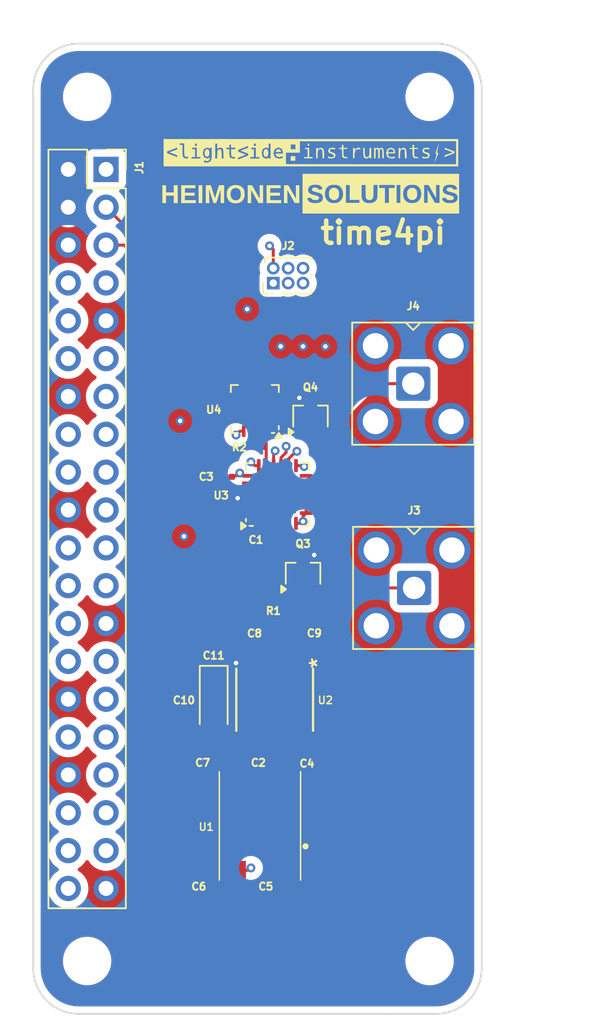
<source format=kicad_pcb>
(kicad_pcb (version 20240108) (generator "pcbnew") (generator_version "8.0")
  (layers (0 "F.Cu" signal) (1 "In1.Cu" signal) (2 "In2.Cu" signal) (31 "B.Cu" signal) (34 "B.Paste" user) (35 "F.Paste" user) (36 "B.SilkS" user "B.Silkscreen") (37 "F.SilkS" user "F.Silkscreen") (38 "B.Mask" user) (39 "F.Mask" user) (44 "Edge.Cuts" user))
  (net 0 "")
  (net 1 "GND")
  (net 2 "Net-(U1-Output)")
  (net 3 "Net-(U2-IN)")
  (net 4 "+3.3V")
  (net 5 "Net-(U2-IN_180°_)")
  (net 6 "Net-(J3-In)")
  (net 7 "Net-(J4-In)")
  (net 8 "+5V")
  (net 9 "Fout")
  (net 12 "/CLK")
  (net 14 "/DATA")
  (net 16 "/LE")
  (net 23 "SCL")
  (net 26 "SDA")
  (net 34 "/DATA_RPI")
  (net 42 "/CLK_RPI")
  (net 45 "/LE_RPI")
  (net 58 "/5GHz_N")
  (net 59 "/5GHz_P")
  (net 60 "Net-(U2-OUT)")
  (net 61 "Net-(U2-OUT_180°)")
  (footprint "Package_TO_SOT_SMD:SOT-323_SC-70" (layer "F.Cu") (at 110.5 81 90)
    (property "Reference" "Q3" (at 2 0 180) (layer "F.SilkS") (effects (font (size 0.5 0.5) (thickness 0.125))))
    (property "Value" "BFR92")
    (pad "1" smd roundrect (at -1 -0.65) (size 0.45 0.7) (layers "F.Cu" "F.Paste" "F.Mask") (net 59 "/5GHz_P"))
    (pad "2" smd roundrect (at -1 0.65) (size 0.45 0.7) (layers "F.Cu" "F.Paste" "F.Mask") (net 6 "Net-(J3-In)"))
    (pad "3" smd roundrect (at 1 0) (size 0.45 0.7) (layers "F.Cu" "F.Paste" "F.Mask") (net 8 "+5V"))
  )
  (footprint "Package_CSP:LFCSP-24-1EP_4x4mm_P0.5mm_EP2.5x2.5mm" (layer "F.Cu") (at 108.775 75.6875 90)
    (property "Reference" "U3" (at -0.0625 -3.775 180) (layer "F.SilkS") (effects (font (size 0.5 0.5) (thickness 0.125))))
    (property "Value" "ADF4158")
    (pad "1" smd roundrect (at -1.9375 -1.25 90) (size 0.875 0.25) (layers "F.Cu" "F.Paste" "F.Mask") (net 1 "GND"))
    (pad "2" smd roundrect (at -1.9375 -0.75 90) (size 0.875 0.25) (layers "F.Cu" "F.Paste" "F.Mask") (net 1 "GND"))
    (pad "3" smd roundrect (at -1.9375 -0.25 90) (size 0.875 0.25) (layers "F.Cu" "F.Paste" "F.Mask") (net 1 "GND"))
    (pad "4" smd roundrect (at -1.9375 0.25 90) (size 0.875 0.25) (layers "F.Cu" "F.Paste" "F.Mask") (net 58 "/5GHz_N"))
    (pad "5" smd roundrect (at -1.9375 0.75 90) (size 0.875 0.25) (layers "F.Cu" "F.Paste" "F.Mask") (net 59 "/5GHz_P"))
    (pad "6" smd roundrect (at -1.9375 1.25 90) (size 0.875 0.25) (layers "F.Cu" "F.Paste" "F.Mask") (net 4 "+3.3V"))
    (pad "7" smd roundrect (at -1.25 1.9375 90) (size 0.25 0.875) (layers "F.Cu" "F.Paste" "F.Mask") (net 4 "+3.3V"))
    (pad "8" smd roundrect (at -0.75 1.9375 90) (size 0.25 0.875) (layers "F.Cu" "F.Paste" "F.Mask") (net 4 "+3.3V"))
    (pad "9" smd roundrect (at -0.25 1.9375 90) (size 0.25 0.875) (layers "F.Cu" "F.Paste" "F.Mask"))
    (pad "10" smd roundrect (at 0.25 1.9375 90) (size 0.25 0.875) (layers "F.Cu" "F.Paste" "F.Mask") (net 1 "GND"))
    (pad "11" smd roundrect (at 0.75 1.9375 90) (size 0.25 0.875) (layers "F.Cu" "F.Paste" "F.Mask") (net 1 "GND"))
    (pad "12" smd roundrect (at 1.25 1.9375 90) (size 0.25 0.875) (layers "F.Cu" "F.Paste" "F.Mask"))
    (pad "13" smd roundrect (at 1.9375 1.25 90) (size 0.875 0.25) (layers "F.Cu" "F.Paste" "F.Mask") (net 4 "+3.3V"))
    (pad "14" smd roundrect (at 1.9375 0.75 90) (size 0.875 0.25) (layers "F.Cu" "F.Paste" "F.Mask") (net 12 "/CLK"))
    (pad "15" smd roundrect (at 1.9375 0.25 90) (size 0.875 0.25) (layers "F.Cu" "F.Paste" "F.Mask") (net 14 "/DATA"))
    (pad "16" smd roundrect (at 1.9375 -0.25 90) (size 0.875 0.25) (layers "F.Cu" "F.Paste" "F.Mask") (net 16 "/LE"))
    (pad "17" smd roundrect (at 1.9375 -0.75 90) (size 0.875 0.25) (layers "F.Cu" "F.Paste" "F.Mask") (net 9 "Fout"))
    (pad "18" smd roundrect (at 1.9375 -1.25 90) (size 0.875 0.25) (layers "F.Cu" "F.Paste" "F.Mask") (net 4 "+3.3V"))
    (pad "19" smd roundrect (at 1.25 -1.9375 90) (size 0.25 0.875) (layers "F.Cu" "F.Paste" "F.Mask") (net 4 "+3.3V"))
    (pad "20" smd roundrect (at 0.75 -1.9375 90) (size 0.25 0.875) (layers "F.Cu" "F.Paste" "F.Mask"))
    (pad "21" smd roundrect (at 0.25 -1.9375 90) (size 0.25 0.875) (layers "F.Cu" "F.Paste" "F.Mask"))
    (pad "22" smd roundrect (at -0.25 -1.9375 90) (size 0.25 0.875) (layers "F.Cu" "F.Paste" "F.Mask") (net 8 "+5V"))
    (pad "23" smd roundrect (at -0.75 -1.9375 90) (size 0.25 0.875) (layers "F.Cu" "F.Paste" "F.Mask"))
    (pad "24" smd roundrect (at -1.25 -1.9375 90) (size 0.25 0.875) (layers "F.Cu" "F.Paste" "F.Mask"))
    (pad "25" smd rect (at 0 0 90) (size 2.5 2.5) (property pad_prop_heatsink) (layers "F.Cu" "F.Mask") (net 1 "GND"))
  )
  (footprint "Connector_Coaxial:SMA_Amphenol_901-143_Horizontal" (layer "F.Cu") (at 117.9 68.25 -90)
    (property "Reference" "J4" (at -5.2 0 0) (layer "F.SilkS") (effects (font (size 0.5 0.5) (thickness 0.125))))
    (property "Value" "Conn_Coaxial_Small")
    (pad "1" thru_hole roundrect (at 0 0 270) (size 2.3 2.3) (drill 1.5) (layers "*.Cu" "*.Mask") (roundrect_rratio 0.087) (net 7 "Net-(J4-In)"))
    (pad "2" thru_hole circle (at -2.54 -2.54 270) (size 2.5 2.5) (drill 1.7) (layers "*.Cu" "*.Mask") (net 1 "GND"))
    (pad "2" thru_hole circle (at -2.54 2.54 270) (size 2.5 2.5) (drill 1.7) (layers "*.Cu" "*.Mask") (net 1 "GND"))
    (pad "2" thru_hole circle (at 2.54 -2.54 270) (size 2.5 2.5) (drill 1.7) (layers "*.Cu" "*.Mask") (net 1 "GND"))
    (pad "2" thru_hole circle (at 2.54 2.54 270) (size 2.5 2.5) (drill 1.7) (layers "*.Cu" "*.Mask") (net 1 "GND"))
  )
  (footprint "LSI:HMC361S8G361S8GE" (layer "F.Cu") (at 113.4302 89.4638 -90)
    (property "Reference" "U2" (at 0.0362 1.4302 0) (layer "F.SilkS") (effects (font (size 0.5 0.5) (thickness 0.1))))
    (property "Value" "HMC361S8G/361S8GE")
    (fp_text user "*" (at -2.4638 1.9302 90) (layer "F.SilkS"))
    (pad "1" smd roundrect (at -2.4638 2.9302 270) (size 1.9812 0.5588) (layers "F.Cu" "F.Paste" "F.Mask") (net 61 "Net-(U2-OUT_180°)"))
    (pad "2" smd roundrect (at -2.4638 4.2002 270) (size 1.9812 0.5588) (layers "F.Cu" "F.Paste" "F.Mask"))
    (pad "3" smd roundrect (at -2.4638 5.4702 270) (size 1.9812 0.5588) (layers "F.Cu" "F.Paste" "F.Mask") (net 60 "Net-(U2-OUT)"))
    (pad "4" smd roundrect (at -2.4638 6.7402 270) (size 1.9812 0.5588) (layers "F.Cu" "F.Paste" "F.Mask") (net 8 "+5V"))
    (pad "5" smd roundrect (at 2.4638 6.7402 270) (size 1.9812 0.5588) (layers "F.Cu" "F.Paste" "F.Mask") (net 3 "Net-(U2-IN)"))
    (pad "6" smd roundrect (at 2.4638 5.4702 270) (size 1.9812 0.5588) (layers "F.Cu" "F.Paste" "F.Mask"))
    (pad "7" smd roundrect (at 2.4638 4.2002 270) (size 1.9812 0.5588) (layers "F.Cu" "F.Paste" "F.Mask") (net 5 "Net-(U2-IN_180°_)"))
    (pad "8" smd roundrect (at 2.4638 2.9302 270) (size 1.9812 0.5588) (layers "F.Cu" "F.Paste" "F.Mask") (net 1 "GND"))
    (pad "EPAD" smd rect (at 0 4.8352 270) (size 2.413 2.794) (layers "F.Cu" "F.Mask"))
  )
  (footprint "LSI:rpi zero edge cut" (layer "F.Cu") (at 122.5 67.5)
    (property "Reference" "" (at 0 0 0) (layer "Edge.Cuts") (effects (font (size 1.27 1.27))))
    (property "Value" "" (at 0 0 0) (layer "Edge.Cuts") (effects (font (size 1.27 1.27))))
    (fp_line (start -30.12 39.985) (end -30.12 -19.015) (stroke (width 0.12)) (layer "Edge.Cuts"))
    (fp_line (start -27.06 -22.075) (end -3.06 -22.075) (stroke (width 0.12)) (layer "Edge.Cuts"))
    (fp_line (start -6.5 43.045) (end -27.06 43.045) (stroke (width 0.12)) (layer "Edge.Cuts"))
    (fp_line (start -6.5 43.045) (end -3.06 43.045) (stroke (width 0.12)) (layer "Edge.Cuts"))
    (fp_line (start 0 -15.325) (end 0 -19.015) (stroke (width 0.12)) (layer "Edge.Cuts"))
    (fp_line (start 0 15.325) (end 0 -15.325) (stroke (width 0.12)) (layer "Edge.Cuts"))
    (fp_line (start 0 36.045) (end 0 15.325) (stroke (width 0.12)) (layer "Edge.Cuts"))
    (fp_line (start 0 39.985) (end 0 36.045) (stroke (width 0.12)) (layer "Edge.Cuts"))
    (fp_arc (start -30.12 -19.015) (mid -29.223747 -21.178747) (end -27.06 -22.075) (stroke (width 0.12)) (layer "Edge.Cuts"))
    (fp_arc (start -27.06 43.045) (mid -29.223747 42.148747) (end -30.12 39.985) (stroke (width 0.12)) (layer "Edge.Cuts"))
    (fp_arc (start -3.06 -22.075) (mid -0.896253 -21.178747) (end 0 -19.015) (stroke (width 0.12)) (layer "Edge.Cuts"))
    (fp_arc (start 0 39.985) (mid -0.896254 42.148746) (end -3.06 43.045) (stroke (width 0.12)) (layer "Edge.Cuts"))
  )
  (footprint "Resistor_SMD:R_0201_0603Metric" (layer "F.Cu") (at 107.5 72.5)
    (property "Reference" "R2" (at -1.274545 0.018959 0) (layer "F.SilkS") (effects (font (size 0.5 0.5) (thickness 0.125))))
    (property "Value" "10k")
    (pad "1" smd roundrect (at -0.32 0) (size 0.46 0.4) (layers "F.Cu" "F.Mask") (net 1 "GND"))
    (pad "2" smd roundrect (at 0.32 0) (size 0.46 0.4) (layers "F.Cu" "F.Mask") (net 9 "Fout"))
  )
  (footprint "Capacitor_SMD:C_0201_0603Metric" (layer "F.Cu") (at 110 85)
    (property "Reference" "C9" (at 1.258163 0 0) (layer "F.SilkS") (effects (font (size 0.5 0.5) (thickness 0.125))))
    (property "Value" "100pf")
    (pad "1" smd roundrect (at -0.32 0) (size 0.46 0.4) (layers "F.Cu" "F.Mask") (net 59 "/5GHz_P"))
    (pad "2" smd roundrect (at 0.32 0) (size 0.46 0.4) (layers "F.Cu" "F.Mask") (net 61 "Net-(U2-OUT_180°)"))
  )
  (footprint "Resistor_SMD:R_0201_0603Metric" (layer "F.Cu") (at 109.257144 84.252625)
    (property "Reference" "R1" (at -0.75 -0.75 360) (layer "F.SilkS") (effects (font (size 0.5 0.5) (thickness 0.125))))
    (property "Value" "100 Ohm")
    (pad "1" smd roundrect (at -0.32 0) (size 0.46 0.4) (layers "F.Cu" "F.Mask") (net 58 "/5GHz_N"))
    (pad "2" smd roundrect (at 0.32 0) (size 0.46 0.4) (layers "F.Cu" "F.Mask") (net 59 "/5GHz_P"))
  )
  (footprint "Capacitor_SMD:C_0201_0603Metric" (layer "F.Cu") (at 109.5 93.75)
    (property "Reference" "C4" (at 1.262216 -0.003014 0) (layer "F.SilkS") (effects (font (size 0.5 0.5) (thickness 0.125))))
    (property "Value" "100pF")
    (pad "1" smd roundrect (at -0.32 0) (size 0.46 0.4) (layers "F.Cu" "F.Mask") (net 5 "Net-(U2-IN_180°_)"))
    (pad "2" smd roundrect (at 0.32 0) (size 0.46 0.4) (layers "F.Cu" "F.Mask") (net 1 "GND"))
  )
  (footprint "Capacitor_SMD:C_0201_0603Metric" (layer "F.Cu") (at 105.392688 74.500967)
    (property "Reference" "C3" (at -1.392688 -0.000967 0) (layer "F.SilkS") (effects (font (size 0.5 0.5) (thickness 0.125))))
    (property "Value" "100pF")
    (pad "1" smd roundrect (at -0.32 0) (size 0.46 0.4) (layers "F.Cu" "F.Mask") (net 1 "GND"))
    (pad "2" smd roundrect (at 0.32 0) (size 0.46 0.4) (layers "F.Cu" "F.Mask") (net 4 "+3.3V"))
  )
  (footprint "LSI:ECOC 7050" (layer "F.Cu") (at 105.715 101.5526 90)
    (property "Reference" "U1" (at 3.5526 -1.715 0) (layer "F.SilkS") (effects (font (size 0.5 0.5) (thickness 0.1))))
    (property "Value" "ECOC 7050")
    (pad "1" smd rect (at 2.275 3.825 270) (size 0.76 1.6) (layers "F.Cu" "F.Paste" "F.Mask"))
    (pad "2" smd rect (at 3.65 3.975 270) (size 0.76 1.28) (layers "F.Cu" "F.Paste" "F.Mask"))
    (pad "3" smd rect (at 4.9 3.975 270) (size 0.76 1.28) (layers "F.Cu" "F.Paste" "F.Mask"))
    (pad "4" smd rect (at 6.625 3.225 180) (size 0.95 1.28) (layers "F.Cu" "F.Paste" "F.Mask") (net 1 "GND"))
    (pad "5" smd rect (at 6.615 0.475 180) (size 0.95 1.28) (layers "F.Cu" "F.Paste" "F.Mask") (net 2 "Net-(U1-Output)"))
    (pad "6" smd rect (at 4.9 -0.2 270) (size 0.76 1.28) (layers "F.Cu" "F.Paste" "F.Mask"))
    (pad "7" smd rect (at 3.65 -0.2 270) (size 0.76 1.28) (layers "F.Cu" "F.Paste" "F.Mask"))
    (pad "8" smd rect (at 2.29 -0.2 270) (size 0.76 1.28) (layers "F.Cu" "F.Paste" "F.Mask"))
    (pad "9" smd rect (at 0.64 0.475 180) (size 0.95 1.28) (layers "F.Cu" "F.Paste" "F.Mask") (net 4 "+3.3V"))
    (pad "10" smd rect (at 0.65 3.225 180) (size 0.95 1.28) (layers "F.Cu" "F.Paste" "F.Mask"))
  )
  (footprint "Connector_PinHeader_1.00mm:PinHeader_2x03_P1.00mm_Vertical" (layer "F.Cu") (at 108.5 61.5 90)
    (property "Reference" "J2" (at 2.5 1 180) (layer "F.SilkS") (effects (font (size 0.5 0.5) (thickness 0.125))))
    (property "Value" "Conn_02x03_Odd_Even")
    (pad "1" thru_hole rect (at 0 0 90) (size 0.85 0.85) (drill 0.5) (layers "*.Cu" "*.Mask") (net 16 "/LE"))
    (pad "2" thru_hole oval (at 1 0 90) (size 0.85 0.85) (drill 0.5) (layers "*.Cu" "*.Mask") (net 45 "/LE_RPI"))
    (pad "3" thru_hole oval (at 0 1 90) (size 0.85 0.85) (drill 0.5) (layers "*.Cu" "*.Mask") (net 14 "/DATA"))
    (pad "4" thru_hole oval (at 1 1 90) (size 0.85 0.85) (drill 0.5) (layers "*.Cu" "*.Mask") (net 34 "/DATA_RPI"))
    (pad "5" thru_hole oval (at 0 2 90) (size 0.85 0.85) (drill 0.5) (layers "*.Cu" "*.Mask") (net 12 "/CLK"))
    (pad "6" thru_hole oval (at 1 2 90) (size 0.85 0.85) (drill 0.5) (layers "*.Cu" "*.Mask") (net 42 "/CLK_RPI"))
  )
  (footprint "Package_TO_SOT_SMD:SOT-323_SC-70" (layer "F.Cu") (at 111 70.45 90)
    (property "Reference" "Q4" (at 1.95 0 180) (layer "F.SilkS") (effects (font (size 0.5 0.5) (thickness 0.125))))
    (property "Value" "BFR92")
    (pad "1" smd roundrect (at -1 -0.65) (size 0.45 0.7) (layers "F.Cu" "F.Paste" "F.Mask") (net 9 "Fout"))
    (pad "2" smd roundrect (at -1 0.65) (size 0.45 0.7) (layers "F.Cu" "F.Paste" "F.Mask") (net 7 "Net-(J4-In)"))
    (pad "3" smd roundrect (at 1 0) (size 0.45 0.7) (layers "F.Cu" "F.Paste" "F.Mask") (net 8 "+5V"))
  )
  (footprint "LSI:Heimonen-Solutions" (layer "F.Cu") (at 111 55.5)
    (property "Reference" "G***" (hide yes))
    (property "Value" "LOGO" (hide yes))
  )
  (footprint "Capacitor_SMD:C_0201_0603Metric" (layer "F.Cu") (at 104.988692 93.675264 180)
    (property "Reference" "C7" (at 1.229636 -0.019924 0) (layer "F.SilkS") (effects (font (size 0.5 0.5) (thickness 0.125))))
    (property "Value" "15pf")
    (pad "1" smd roundrect (at -0.32 0 180) (size 0.46 0.4) (layers "F.Cu" "F.Mask") (net 2 "Net-(U1-Output)"))
    (pad "2" smd roundrect (at 0.32 0 180) (size 0.46 0.4) (layers "F.Cu" "F.Mask") (net 1 "GND"))
  )
  (footprint "Capacitor_SMD:C_0201_0603Metric" (layer "F.Cu") (at 105.5 86.5 -90)
    (property "Reference" "C11" (at 0 1 180) (layer "F.SilkS") (effects (font (size 0.5 0.5) (thickness 0.125))))
    (property "Value" "1000pF")
    (pad "1" smd roundrect (at -0.32 0 270) (size 0.46 0.4) (layers "F.Cu" "F.Mask") (net 1 "GND"))
    (pad "2" smd roundrect (at 0.32 0 270) (size 0.46 0.4) (layers "F.Cu" "F.Mask") (net 8 "+5V"))
  )
  (footprint "Module:Raspberry_Pi_Zero_Socketed_THT_FaceDown_MountingHoles" (layer "F.Cu") (at 97.27 53.87)
    (property "Reference" "J1" (at 2.23 -0.12 90) (layer "F.SilkS") (effects (font (size 0.5 0.5) (thickness 0.125))))
    (property "Value" "Raspberry_Pi_2_3")
    (pad "" np_thru_hole circle (at -1.27 -4.87 90) (size 2.75 2.75) (drill 2.75) (layers "*.Cu" "*.Mask"))
    (pad "" np_thru_hole circle (at -1.27 53.13 90) (size 2.75 2.75) (drill 2.75) (layers "*.Cu" "*.Mask"))
    (pad "" np_thru_hole circle (at 21.73 -4.87 90) (size 2.75 2.75) (drill 2.75) (layers "*.Cu" "*.Mask"))
    (pad "" np_thru_hole circle (at 21.73 53.13 90) (size 2.75 2.75) (drill 2.75) (layers "*.Cu" "*.Mask"))
    (pad "1" thru_hole rect (at 0 0) (size 1.7 1.7) (drill 1) (layers "*.Cu" "*.Mask") (net 4 "+3.3V"))
    (pad "2" thru_hole oval (at -2.54 0) (size 1.7 1.7) (drill 1) (layers "*.Cu" "*.Mask") (net 8 "+5V"))
    (pad "3" thru_hole oval (at 0 2.54) (size 1.7 1.7) (drill 1) (layers "*.Cu" "*.Mask") (net 26 "SDA"))
    (pad "4" thru_hole oval (at -2.54 2.54) (size 1.7 1.7) (drill 1) (layers "*.Cu" "*.Mask") (net 8 "+5V"))
    (pad "5" thru_hole oval (at 0 5.08) (size 1.7 1.7) (drill 1) (layers "*.Cu" "*.Mask") (net 23 "SCL"))
    (pad "6" thru_hole oval (at -2.54 5.08) (size 1.7 1.7) (drill 1) (layers "*.Cu" "*.Mask") (net 1 "GND"))
    (pad "7" thru_hole oval (at 0 7.62) (size 1.7 1.7) (drill 1) (layers "*.Cu" "*.Mask"))
    (pad "8" thru_hole oval (at -2.54 7.62) (size 1.7 1.7) (drill 1) (layers "*.Cu" "*.Mask"))
    (pad "9" thru_hole oval (at 0 10.16) (size 1.7 1.7) (drill 1) (layers "*.Cu" "*.Mask") (net 1 "GND"))
    (pad "10" thru_hole oval (at -2.54 10.16) (size 1.7 1.7) (drill 1) (layers "*.Cu" "*.Mask") (net 45 "/LE_RPI"))
    (pad "11" thru_hole oval (at 0 12.7) (size 1.7 1.7) (drill 1) (layers "*.Cu" "*.Mask"))
    (pad "12" thru_hole oval (at -2.54 12.7) (size 1.7 1.7) (drill 1) (layers "*.Cu" "*.Mask"))
    (pad "13" thru_hole oval (at 0 15.24) (size 1.7 1.7) (drill 1) (layers "*.Cu" "*.Mask") (net 34 "/DATA_RPI"))
    (pad "14" thru_hole oval (at -2.54 15.24) (size 1.7 1.7) (drill 1) (layers "*.Cu" "*.Mask") (net 1 "GND"))
    (pad "15" thru_hole oval (at 0 17.78) (size 1.7 1.7) (drill 1) (layers "*.Cu" "*.Mask"))
    (pad "16" thru_hole oval (at -2.54 17.78) (size 1.7 1.7) (drill 1) (layers "*.Cu" "*.Mask"))
    (pad "17" thru_hole oval (at 0 20.32) (size 1.7 1.7) (drill 1) (layers "*.Cu" "*.Mask") (net 4 "+3.3V"))
    (pad "18" thru_hole oval (at -2.54 20.32) (size 1.7 1.7) (drill 1) (layers "*.Cu" "*.Mask"))
    (pad "19" thru_hole oval (at 0 22.86) (size 1.7 1.7) (drill 1) (layers "*.Cu" "*.Mask"))
    (pad "20" thru_hole oval (at -2.54 22.86) (size 1.7 1.7) (drill 1) (layers "*.Cu" "*.Mask") (net 1 "GND"))
    (pad "21" thru_hole oval (at 0 25.4) (size 1.7 1.7) (drill 1) (layers "*.Cu" "*.Mask"))
    (pad "22" thru_hole oval (at -2.54 25.4) (size 1.7 1.7) (drill 1) (layers "*.Cu" "*.Mask"))
    (pad "23" thru_hole oval (at 0 27.94) (size 1.7 1.7) (drill 1) (layers "*.Cu" "*.Mask") (net 42 "/CLK_RPI"))
    (pad "24" thru_hole oval (at -2.54 27.94) (size 1.7 1.7) (drill 1) (layers "*.Cu" "*.Mask"))
    (pad "25" thru_hole oval (at 0 30.48) (size 1.7 1.7) (drill 1) (layers "*.Cu" "*.Mask") (net 1 "GND"))
    (pad "26" thru_hole oval (at -2.54 30.48) (size 1.7 1.7) (drill 1) (layers "*.Cu" "*.Mask"))
    (pad "27" thru_hole oval (at 0 33.02) (size 1.7 1.7) (drill 1) (layers "*.Cu" "*.Mask"))
    (pad "28" thru_hole oval (at -2.54 33.02) (size 1.7 1.7) (drill 1) (layers "*.Cu" "*.Mask"))
    (pad "29" thru_hole oval (at 0 35.56) (size 1.7 1.7) (drill 1) (layers "*.Cu" "*.Mask"))
    (pad "30" thru_hole oval (at -2.54 35.56) (size 1.7 1.7) (drill 1) (layers "*.Cu" "*.Mask") (net 1 "GND"))
    (pad "31" thru_hole oval (at 0 38.1) (size 1.7 1.7) (drill 1) (layers "*.Cu" "*.Mask"))
    (pad "32" thru_hole oval (at -2.54 38.1) (size 1.7 1.7) (drill 1) (layers "*.Cu" "*.Mask"))
    (pad "33" thru_hole oval (at 0 40.64) (size 1.7 1.7) (drill 1) (layers "*.Cu" "*.Mask"))
    (pad "34" thru_hole oval (at -2.54 40.64) (size 1.7 1.7) (drill 1) (layers "*.Cu" "*.Mask") (net 1 "GND"))
    (pad "35" thru_hole oval (at 0 43.18) (size 1.7 1.7) (drill 1) (layers "*.Cu" "*.Mask"))
    (pad "36" thru_hole oval (at -2.54 43.18) (size 1.7 1.7) (drill 1) (layers "*.Cu" "*.Mask"))
    (pad "37" thru_hole oval (at 0 45.72) (size 1.7 1.7) (drill 1) (layers "*.Cu" "*.Mask"))
    (pad "38" thru_hole oval (at -2.54 45.72) (size 1.7 1.7) (drill 1) (layers "*.Cu" "*.Mask"))
    (pad "39" thru_hole oval (at 0 48.26) (size 1.7 1.7) (drill 1) (layers "*.Cu" "*.Mask") (net 1 "GND"))
    (pad "40" thru_hole oval (at -2.54 48.26) (size 1.7 1.7) (drill 1) (layers "*.Cu" "*.Mask"))
  )
  (footprint "Capacitor_SMD:C_0201_0603Metric" (layer "F.Cu") (at 106.44 93.6776 180)
    (property "Reference" "C2" (at -1.06 -0.015358 0) (layer "F.SilkS") (effects (font (size 0.5 0.5) (thickness 0.125))))
    (property "Value" "100pF")
    (pad "1" smd roundrect (at -0.32 0 180) (size 0.46 0.4) (layers "F.Cu" "F.Mask") (net 3 "Net-(U2-IN)"))
    (pad "2" smd roundrect (at 0.32 0 180) (size 0.46 0.4) (layers "F.Cu" "F.Mask") (net 2 "Net-(U1-Output)"))
  )
  (footprint "Capacitor_SMD:C_0201_0603Metric" (layer "F.Cu") (at 108.556707 78.706463)
    (property "Reference" "C1" (at -1.217858 0.0229 0) (layer "F.SilkS") (effects (font (size 0.5 0.5) (thickness 0.125))))
    (property "Value" "100pF")
    (pad "1" smd roundrect (at -0.32 0) (size 0.46 0.4) (layers "F.Cu" "F.Mask") (net 1 "GND"))
    (pad "2" smd roundrect (at 0.32 0) (size 0.46 0.4) (layers "F.Cu" "F.Mask") (net 58 "/5GHz_N"))
  )
  (footprint "Capacitor_SMD:C_0201_0603Metric" (layer "F.Cu") (at 108.5 85 180)
    (property "Reference" "C8" (at 1.259111 -0.012593 0) (layer "F.SilkS") (effects (font (size 0.5 0.5) (thickness 0.125))))
    (property "Value" "100pf")
    (pad "1" smd roundrect (at -0.32 0 180) (size 0.46 0.4) (layers "F.Cu" "F.Mask") (net 58 "/5GHz_N"))
    (pad "2" smd roundrect (at 0.32 0 180) (size 0.46 0.4) (layers "F.Cu" "F.Mask") (net 60 "Net-(U2-OUT)"))
  )
  (footprint "LSI:lsi-logo-20mm" (layer "F.Cu") (at 111 52.75)
    (property "Reference" "G***" (hide yes))
    (property "Value" "LOGO" (hide yes))
  )
  (footprint "Connector_Coaxial:SMA_Amphenol_901-143_Horizontal" (layer "F.Cu") (at 117.96 81.96 -90)
    (property "Reference" "J3" (at -5.2 0 0) (layer "F.SilkS") (effects (font (size 0.5 0.5) (thickness 0.125))))
    (property "Value" "Conn_Coaxial_Small")
    (pad "1" thru_hole roundrect (at 0 0 270) (size 2.3 2.3) (drill 1.5) (layers "*.Cu" "*.Mask") (roundrect_rratio 0.087) (net 6 "Net-(J3-In)"))
    (pad "2" thru_hole circle (at -2.54 -2.54 270) (size 2.5 2.5) (drill 1.7) (layers "*.Cu" "*.Mask") (net 1 "GND"))
    (pad "2" thru_hole circle (at -2.54 2.54 270) (size 2.5 2.5) (drill 1.7) (layers "*.Cu" "*.Mask") (net 1 "GND"))
    (pad "2" thru_hole circle (at 2.54 -2.54 270) (size 2.5 2.5) (drill 1.7) (layers "*.Cu" "*.Mask") (net 1 "GND"))
    (pad "2" thru_hole circle (at 2.54 2.54 270) (size 2.5 2.5) (drill 1.7) (layers "*.Cu" "*.Mask") (net 1 "GND"))
  )
  (footprint "Capacitor_SMD:C_0201_0603Metric" (layer "F.Cu") (at 106.5 102 180)
    (property "Reference" "C5" (at -1.5 0 0) (layer "F.SilkS") (effects (font (size 0.5 0.5) (thickness 0.125))))
    (property "Value" "10uf")
    (pad "1" smd roundrect (at -0.32 0 180) (size 0.46 0.4) (layers "F.Cu" "F.Mask") (net 1 "GND"))
    (pad "2" smd roundrect (at 0.32 0 180) (size 0.46 0.4) (layers "F.Cu" "F.Mask") (net 4 "+3.3V"))
  )
  (footprint "Capacitor_Tantalum_SMD:CP_EIA-3216-10_Kemet-I" (layer "F.Cu") (at 104.5 89.5 -90)
    (property "Reference" "C10" (at 0 2 180) (layer "F.SilkS") (effects (font (size 0.5 0.5) (thickness 0.125))))
    (property "Value" "10uf")
    (pad "1" smd roundrect (at -1.35 0 270) (size 1.4 1.35) (layers "F.Cu" "F.Paste" "F.Mask") (roundrect_rratio 0.185185) (net 8 "+5V"))
    (pad "2" smd roundrect (at 1.35 0 270) (size 1.4 1.35) (layers "F.Cu" "F.Paste" "F.Mask") (roundrect_rratio 0.185185) (net 1 "GND"))
  )
  (footprint "Package_DFN_QFN:VQFN-16-1EP_3x3mm_P0.5mm_EP1.8x1.8mm" (layer "F.Cu") (at 107.2625 69.95 180)
    (property "Reference" "U4" (at 2.7625 -0.05 0) (layer "F.SilkS") (effects (font (size 0.5 0.5) (thickness 0.125))))
    (property "Value" "AB0805")
    (pad "1" smd roundrect (at -1.4875 -0.75 180) (size 0.775 0.25) (layers "F.Cu" "F.Paste" "F.Mask"))
    (pad "2" smd roundrect (at -1.4875 -0.25 180) (size 0.775 0.25) (layers "F.Cu" "F.Paste" "F.Mask"))
    (pad "3" smd roundrect (at -1.4875 0.25 180) (size 0.775 0.25) (layers "F.Cu" "F.Paste" "F.Mask"))
    (pad "4" smd roundrect (at -1.4875 0.75 180) (size 0.775 0.25) (layers "F.Cu" "F.Paste" "F.Mask"))
    (pad "5" smd roundrect (at -0.75 1.4875 180) (size 0.25 0.775) (layers "F.Cu" "F.Paste" "F.Mask"))
    (pad "6" smd roundrect (at -0.25 1.4875 180) (size 0.25 0.775) (layers "F.Cu" "F.Paste" "F.Mask") (net 26 "SDA"))
    (pad "7" smd roundrect (at 0.25 1.4875 180) (size 0.25 0.775) (layers "F.Cu" "F.Paste" "F.Mask") (net 23 "SCL"))
    (pad "8" smd roundrect (at 0.75 1.4875 180) (size 0.25 0.775) (layers "F.Cu" "F.Paste" "F.Mask"))
    (pad "9" smd roundrect (at 1.4875 0.75 180) (size 0.775 0.25) (layers "F.Cu" "F.Paste" "F.Mask") (net 1 "GND"))
    (pad "10" smd roundrect (at 1.4875 0.25 180) (size 0.775 0.25) (layers "F.Cu" "F.Paste" "F.Mask"))
    (pad "11" smd roundrect (at 1.4875 -0.25 180) (size 0.775 0.25) (layers "F.Cu" "F.Paste" "F.Mask"))
    (pad "12" smd roundrect (at 1.4875 -0.75 180) (size 0.775 0.25) (layers "F.Cu" "F.Paste" "F.Mask"))
    (pad "13" smd roundrect (at 0.75 -1.4875 180) (size 0.25 0.775) (layers "F.Cu" "F.Paste" "F.Mask") (net 4 "+3.3V"))
    (pad "14" smd roundrect (at 0.25 -1.4875 180) (size 0.25 0.775) (layers "F.Cu" "F.Paste" "F.Mask"))
    (pad "15" smd roundrect (at -0.25 -1.4875 180) (size 0.25 0.775) (layers "F.Cu" "F.Paste" "F.Mask"))
    (pad "16" smd roundrect (at -0.75 -1.4875 180) (size 0.25 0.775) (layers "F.Cu" "F.Paste" "F.Mask") (net 9 "Fout"))
    (pad "17" smd rect (at 0 0 180) (size 1.8 1.8) (property pad_prop_heatsink) (layers "F.Cu" "F.Mask") (net 1 "GND"))
  )
  (footprint "Capacitor_SMD:C_0201_0603Metric" (layer "F.Cu") (at 105 102)
    (property "Reference" "C6" (at -1.5 0 0) (layer "F.SilkS") (effects (font (size 0.5 0.5) (thickness 0.125))))
    (property "Value" "0.1uf")
    (pad "1" smd roundrect (at -0.32 0) (size 0.46 0.4) (layers "F.Cu" "F.Mask") (net 1 "GND"))
    (pad "2" smd roundrect (at 0.32 0) (size 0.46 0.4) (layers "F.Cu" "F.Mask") (net 4 "+3.3V"))
  )
  (gr_text "time4pi" (at 111.5 59 0) (layer "F.SilkS") (effects (font (size 1.5 1.5) (thickness 0.3) (bold yes)) (justify left bottom)))
  (segment (start 107.2625 69.95) (end 106.5125 69.2) (width 0.2) (layer "F.Cu") (net 1))
  (segment (start 106.5125 69.2) (end 105.775 69.2) (width 0.2) (layer "F.Cu") (net 1))
  (segment (start 105.775 69.2) (end 105.5 68.925) (width 0.2) (layer "F.Cu") (net 1))
  (via (at 109 65.75) (size 0.6) (drill 0.3) (layers "F.Cu" "B.Cu") (net 1))
  (via (at 109 65.75) (size 0.6) (drill 0.3) (layers "F.Cu" "B.Cu") (net 1))
  (via (at 110.5 65.75) (size 0.6) (drill 0.3) (layers "F.Cu" "B.Cu") (net 1))
  (via (at 102.5 78.5) (size 0.6) (drill 0.3) (layers "F.Cu" "B.Cu") (net 1))
  (via (at 102.25 70.75) (size 0.6) (drill 0.3) (layers "F.Cu" "B.Cu") (net 1))
  (via (at 106.75 63.25) (size 0.6) (drill 0.3) (layers "F.Cu" "B.Cu") (net 1))
  (via (at 112 65.75) (size 0.6) (drill 0.3) (layers "F.Cu" "B.Cu") (net 1))
  (segment (start 106.12 93.6776) (end 105.311028 93.6776) (width 0.2) (layer "F.Cu") (net 2))
  (segment (start 106.19 93.7476) (end 106.12 93.6776) (width 0.2) (layer "F.Cu") (net 2))
  (segment (start 105.311028 93.6776) (end 105.308692 93.675264) (width 0.2) (layer "F.Cu") (net 2))
  (segment (start 106.19 94.9376) (end 106.19 93.7476) (width 0.2) (layer "F.Cu") (net 2))
  (segment (start 106.69 93.5726) (end 106.76 93.6426) (width 0.2) (layer "F.Cu") (net 3))
  (segment (start 106.69 91.9276) (end 106.69 93.5726) (width 0.2) (layer "F.Cu") (net 3))
  (segment (start 106.18 102) (end 105.32 102) (width 0.2) (layer "F.Cu") (net 4))
  (segment (start 106.19 100.9126) (end 106.8374 100.9126) (width 0.2) (layer "F.Cu") (net 4))
  (segment (start 110.375 77.625) (end 110.5 77.5) (width 0.2) (layer "F.Cu") (net 4))
  (segment (start 110.512894 73.75) (end 110.575395 73.812501) (width 0.2) (layer "F.Cu") (net 4))
  (segment (start 110.025 73.75) (end 110.512894 73.75) (width 0.2) (layer "F.Cu") (net 4))
  (segment (start 105.775 74.43) (end 106.07 74.43) (width 0.2) (layer "F.Cu") (net 4))
  (segment (start 106.2625 71.4375) (end 106 71.7) (width 0.2) (layer "F.Cu") (net 4))
  (segment (start 107.25 73.75) (end 107 73.5) (width 0.2) (layer "F.Cu") (net 4))
  (segment (start 106.18 102) (end 106.18 100.9226) (width 0.2) (layer "F.Cu") (net 4))
  (segment (start 110.7125 76.4375) (end 110.7125 76.9375) (width 0.2) (layer "F.Cu") (net 4))
  (segment (start 110.5 77.15) (end 110.7125 76.9375) (width 0.2) (layer "F.Cu") (net 4))
  (segment (start 107.525 73.75) (end 107.25 73.75) (width 0.2) (layer "F.Cu") (net 4))
  (segment (start 106.5125 71.4375) (end 106.2625 71.4375) (width 0.2) (layer "F.Cu") (net 4))
  (segment (start 110.025 77.625) (end 110.375 77.625) (width 0.2) (layer "F.Cu") (net 4))
  (segment (start 106.07 74.43) (end 106.25 74.25) (width 0.2) (layer "F.Cu") (net 4))
  (segment (start 106.8374 100.9126) (end 107 100.75) (width 0.2) (layer "F.Cu") (net 4))
  (segment (start 106.18 100.9226) (end 106.19 100.9126) (width 0.2) (layer "F.Cu") (net 4))
  (segment (start 110.5 77.5) (end 110.5 77.15) (width 0.2) (layer "F.Cu") (net 4))
  (via (at 107 73.5) (size 0.6) (drill 0.3) (layers "F.Cu" "B.Cu") (net 4))
  (via (at 106 71.7) (size 0.6) (drill 0.3) (layers "F.Cu" "B.Cu") (net 4))
  (via (at 107 100.75) (size 0.6) (drill 0.3) (layers "F.Cu" "B.Cu") (net 4))
  (via (at 106.25 74.25) (size 0.6) (drill 0.3) (layers "F.Cu" "B.Cu") (net 4))
  (via (at 110.5 77.5) (size 0.6) (drill 0.3) (layers "F.Cu" "B.Cu") (net 4))
  (via (at 110.575395 73.812501) (size 0.6) (drill 0.3) (layers "F.Cu" "B.Cu") (net 4))
  (segment (start 109.18 93.75) (end 109.18 91.9776) (width 0.2) (layer "F.Cu") (net 5))
  (segment (start 109.18 91.9776) (end 109.23 91.9276) (width 0.2) (layer "F.Cu") (net 5))
  (segment (start 117.96 81.96) (end 111.69 81.96) (width 0.2) (layer "F.Cu") (net 6))
  (segment (start 111.65 82) (end 111.15 82) (width 0.2) (layer "F.Cu") (net 6))
  (segment (start 111.69 81.96) (end 111.65 82) (width 0.2) (layer "F.Cu") (net 6))
  (segment (start 111.65 71.45) (end 114.85 68.25) (width 0.2) (layer "F.Cu") (net 7))
  (segment (start 114.85 68.25) (end 117.9 68.25) (width 0.2) (layer "F.Cu") (net 7))
  (segment (start 105.575 87.075) (end 104.5 88.15) (width 0.2) (layer "F.Cu") (net 8))
  (segment (start 111 80) (end 111.25 79.75) (width 0.2) (layer "F.Cu") (net 8))
  (segment (start 110.5 69.45) (end 110.25 69.2) (width 0.2) (layer "F.Cu") (net 8))
  (segment (start 105.575 87.075) (end 105.575 86.895) (width 0.2) (layer "F.Cu") (net 8))
  (segment (start 106.8375 75.9375) (end 106.107616 75.9375) (width 0.2) (layer "F.Cu") (net 8))
  (segment (start 111 69.45) (end 110.5 69.45) (width 0.2) (layer "F.Cu") (net 8))
  (segment (start 105.65 87) (end 105.575 87.075) (width 0.2) (layer "F.Cu") (net 8))
  (segment (start 106.69 87) (end 106 87) (width 0.2) (layer "F.Cu") (net 8))
  (segment (start 105.575 86.895) (end 105.5 86.82) (width 0.2) (layer "F.Cu") (net 8))
  (segment (start 106 87) (end 105.65 87) (width 0.2) (layer "F.Cu") (net 8))
  (segment (start 110.5 80) (end 111 80) (width 0.2) (layer "F.Cu") (net 8))
  (via (at 106 87) (size 0.6) (drill 0.3) (layers "F.Cu" "B.Cu") (net 8))
  (via (at 106.107616 75.9375) (size 0.6) (drill 0.3) (layers "F.Cu" "B.Cu") (net 8))
  (via (at 111.25 79.75) (size 0.6) (drill 0.3) (layers "F.Cu" "B.Cu") (net 8))
  (via (at 110.25 69.2) (size 0.6) (drill 0.3) (layers "F.Cu" "B.Cu") (net 8))
  (segment (start 108.0125 72.2375) (end 108.0125 71.4375) (width 0.2) (layer "F.Cu") (net 9))
  (segment (start 110.3375 71.4375) (end 110.35 71.45) (width 0.2) (layer "F.Cu") (net 9))
  (segment (start 108.0125 71.4375) (end 110.3375 71.4375) (width 0.2) (layer "F.Cu") (net 9))
  (segment (start 108.025 71.45) (end 108.0125 71.4375) (width 0.2) (layer "F.Cu") (net 9))
  (segment (start 108.025 72.25) (end 108.0125 72.2375) (width 0.2) (layer "F.Cu") (net 9))
  (segment (start 108.025 73.75) (end 108.025 72.25) (width 0.2) (layer "F.Cu") (net 9))
  (segment (start 110.031622 72.791492) (end 110.088768 72.791492) (width 0.2) (layer "F.Cu") (net 12))
  (segment (start 109.525 73.298114) (end 110.031622 72.791492) (width 0.2) (layer "F.Cu") (net 12))
  (segment (start 109.525 73.75) (end 109.525 73.298114) (width 0.2) (layer "F.Cu") (net 12))
  (via (at 110.088768 72.791492) (size 0.6) (drill 0.3) (layers "F.Cu" "B.Cu") (net 12))
  (segment (start 109.025 73.207599) (end 109.025 73.75) (width 0.2) (layer "F.Cu") (net 14))
  (segment (start 109.364028 72.452734) (end 109.364028 72.868571) (width 0.2) (layer "F.Cu") (net 14))
  (segment (start 109.364028 72.868571) (end 109.025 73.207599) (width 0.2) (layer "F.Cu") (net 14))
  (via (at 109.364028 72.452734) (size 0.6) (drill 0.3) (layers "F.Cu" "B.Cu") (net 14))
  (segment (start 108.525 72.85907) (end 108.625 72.75907) (width 0.2) (layer "F.Cu") (net 16))
  (segment (start 108.525 73.75) (end 108.525 72.85907) (width 0.2) (layer "F.Cu") (net 16))
  (via (at 108.625 72.75907) (size 0.6) (drill 0.3) (layers "F.Cu" "B.Cu") (net 16))
  (segment (start 107.0125 67.490419) (end 107.0125 68.4625) (width 0.2) (layer "F.Cu") (net 23))
  (segment (start 98.472081 58.95) (end 107.0125 67.490419) (width 0.2) (layer "F.Cu") (net 23))
  (segment (start 97.27 58.95) (end 98.472081 58.95) (width 0.2) (layer "F.Cu") (net 23))
  (segment (start 107.5125 66.6525) (end 107.5125 68.4625) (width 0.2) (layer "F.Cu") (net 26))
  (segment (start 97.27 56.41) (end 107.5125 66.6525) (width 0.2) (layer "F.Cu") (net 26))
  (segment (start 108.5 59.25) (end 108.25 59) (width 0.2) (layer "F.Cu") (net 45))
  (segment (start 108.5 60.5) (end 108.5 59.25) (width 0.2) (layer "F.Cu") (net 45))
  (via (at 108.25 59) (size 0.6) (drill 0.3) (layers "F.Cu" "B.Cu") (net 45))
  (segment (start 109.025 77.625) (end 109.025 78.281251) (width 0.2) (layer "F.Cu") (net 58))
  (segment (start 109.025 84.449999) (end 108.82 84.654999) (width 0.2) (layer "F.Cu") (net 58))
  (segment (start 109.025 78.281251) (end 109.05 78.306251) (width 0.2) (layer "F.Cu") (net 58))
  (segment (start 108.82 84.654999) (end 108.82 85) (width 0.2) (layer "F.Cu") (net 58))
  (segment (start 109.05 83) (end 109.049999 83.000001) (width 0.2) (layer "F.Cu") (net 58))
  (segment (start 109.025 77.625) (end 109.025 84.449999) (width 0.2) (layer "F.Cu") (net 58))
  (segment (start 109.475 82) (end 109.475 84.449999) (width 0.2) (layer "F.Cu") (net 59))
  (segment (start 109.525 77.625) (end 109.475 77.675) (width 0.2) (layer "F.Cu") (net 59))
  (segment (start 109.525 77.625) (end 109.525 78.281251) (width 0.2) (layer "F.Cu") (net 59))
  (segment (start 109.85 82) (end 109.475 82) (width 0.2) (layer "F.Cu") (net 59))
  (segment (start 109.68 84.654999) (end 109.68 85) (width 0.2) (layer "F.Cu") (net 59))
  (segment (start 109.475 84.449999) (end 109.68 84.654999) (width 0.2) (layer "F.Cu") (net 59))
  (segment (start 109.475 77.675) (end 109.475 82) (width 0.2) (layer "F.Cu") (net 59))
  (segment (start 109.525 78.281251) (end 109.5 78.306251) (width 0.2) (layer "F.Cu") (net 59))
  (segment (start 108.18 86.78) (end 108.18 85) (width 0.2) (layer "F.Cu") (net 60))
  (segment (start 107.96 87) (end 108.18 86.78) (width 0.2) (layer "F.Cu") (net 60))
  (segment (start 110.5 87) (end 110.32 86.82) (width 0.2) (layer "F.Cu") (net 61))
  (segment (start 110.32 86.82) (end 110.32 85) (width 0.2) (layer "F.Cu") (net 61))
  (zone (net 1) (net_name "GND") (layer "F.Cu") (connect_pads yes (clearance 0.5)) (min_thickness 0.25) (fill yes (thermal_gap 0.5) (thermal_bridge_width 0.5))
    (polygon (pts (xy 91 44.5) (xy 123.5 44.5) (xy 123.25 111.25) (xy 92 111.25)))
  )
  (zone (net 8) (net_name "+5V") (layer "B.Cu") (connect_pads yes (clearance 0.5)) (min_thickness 0.25) (fill yes (thermal_gap 0.5) (thermal_bridge_width 0.5))
    (polygon (pts (xy 90.931649 44.499744) (xy 123.431649 44.499744) (xy 124 111.249744) (xy 91.931649 111.249744)))
  )
)
</source>
